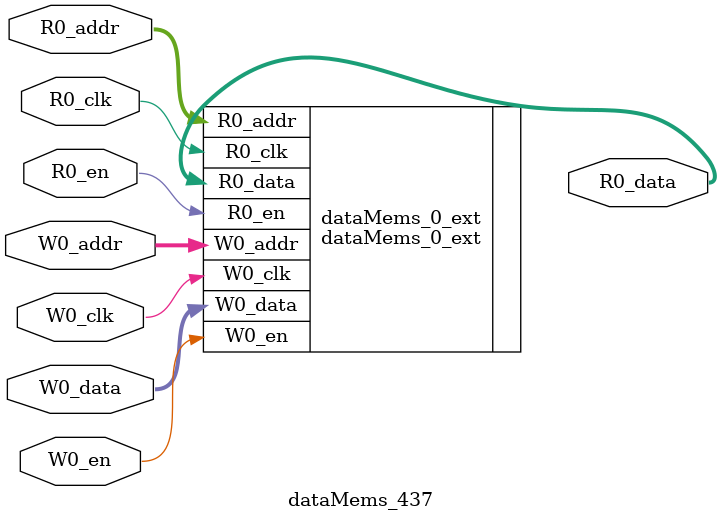
<source format=sv>
`ifndef RANDOMIZE
  `ifdef RANDOMIZE_REG_INIT
    `define RANDOMIZE
  `endif // RANDOMIZE_REG_INIT
`endif // not def RANDOMIZE
`ifndef RANDOMIZE
  `ifdef RANDOMIZE_MEM_INIT
    `define RANDOMIZE
  `endif // RANDOMIZE_MEM_INIT
`endif // not def RANDOMIZE

`ifndef RANDOM
  `define RANDOM $random
`endif // not def RANDOM

// Users can define 'PRINTF_COND' to add an extra gate to prints.
`ifndef PRINTF_COND_
  `ifdef PRINTF_COND
    `define PRINTF_COND_ (`PRINTF_COND)
  `else  // PRINTF_COND
    `define PRINTF_COND_ 1
  `endif // PRINTF_COND
`endif // not def PRINTF_COND_

// Users can define 'ASSERT_VERBOSE_COND' to add an extra gate to assert error printing.
`ifndef ASSERT_VERBOSE_COND_
  `ifdef ASSERT_VERBOSE_COND
    `define ASSERT_VERBOSE_COND_ (`ASSERT_VERBOSE_COND)
  `else  // ASSERT_VERBOSE_COND
    `define ASSERT_VERBOSE_COND_ 1
  `endif // ASSERT_VERBOSE_COND
`endif // not def ASSERT_VERBOSE_COND_

// Users can define 'STOP_COND' to add an extra gate to stop conditions.
`ifndef STOP_COND_
  `ifdef STOP_COND
    `define STOP_COND_ (`STOP_COND)
  `else  // STOP_COND
    `define STOP_COND_ 1
  `endif // STOP_COND
`endif // not def STOP_COND_

// Users can define INIT_RANDOM as general code that gets injected into the
// initializer block for modules with registers.
`ifndef INIT_RANDOM
  `define INIT_RANDOM
`endif // not def INIT_RANDOM

// If using random initialization, you can also define RANDOMIZE_DELAY to
// customize the delay used, otherwise 0.002 is used.
`ifndef RANDOMIZE_DELAY
  `define RANDOMIZE_DELAY 0.002
`endif // not def RANDOMIZE_DELAY

// Define INIT_RANDOM_PROLOG_ for use in our modules below.
`ifndef INIT_RANDOM_PROLOG_
  `ifdef RANDOMIZE
    `ifdef VERILATOR
      `define INIT_RANDOM_PROLOG_ `INIT_RANDOM
    `else  // VERILATOR
      `define INIT_RANDOM_PROLOG_ `INIT_RANDOM #`RANDOMIZE_DELAY begin end
    `endif // VERILATOR
  `else  // RANDOMIZE
    `define INIT_RANDOM_PROLOG_
  `endif // RANDOMIZE
`endif // not def INIT_RANDOM_PROLOG_

// Include register initializers in init blocks unless synthesis is set
`ifndef SYNTHESIS
  `ifndef ENABLE_INITIAL_REG_
    `define ENABLE_INITIAL_REG_
  `endif // not def ENABLE_INITIAL_REG_
`endif // not def SYNTHESIS

// Include rmemory initializers in init blocks unless synthesis is set
`ifndef SYNTHESIS
  `ifndef ENABLE_INITIAL_MEM_
    `define ENABLE_INITIAL_MEM_
  `endif // not def ENABLE_INITIAL_MEM_
`endif // not def SYNTHESIS

module dataMems_437(	// @[generators/ara/src/main/scala/UnsafeAXI4ToTL.scala:365:62]
  input  [4:0]  R0_addr,
  input         R0_en,
  input         R0_clk,
  output [66:0] R0_data,
  input  [4:0]  W0_addr,
  input         W0_en,
  input         W0_clk,
  input  [66:0] W0_data
);

  dataMems_0_ext dataMems_0_ext (	// @[generators/ara/src/main/scala/UnsafeAXI4ToTL.scala:365:62]
    .R0_addr (R0_addr),
    .R0_en   (R0_en),
    .R0_clk  (R0_clk),
    .R0_data (R0_data),
    .W0_addr (W0_addr),
    .W0_en   (W0_en),
    .W0_clk  (W0_clk),
    .W0_data (W0_data)
  );
endmodule


</source>
